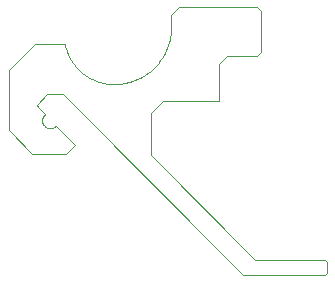
<source format=gbp>
G75*
%MOIN*%
%OFA0B0*%
%FSLAX25Y25*%
%IPPOS*%
%LPD*%
%AMOC8*
5,1,8,0,0,1.08239X$1,22.5*
%
%ADD10C,0.00394*%
D10*
X0048730Y0042373D02*
X0048730Y0056535D01*
X0052719Y0060524D01*
X0071330Y0060524D01*
X0071330Y0072894D01*
X0073849Y0075413D01*
X0084033Y0075413D01*
X0085434Y0076814D01*
X0085434Y0090366D01*
X0083924Y0091875D01*
X0058038Y0091875D01*
X0055413Y0089250D01*
X0055413Y0085245D01*
X0055412Y0085245D02*
X0055406Y0084782D01*
X0055390Y0084320D01*
X0055362Y0083858D01*
X0055323Y0083397D01*
X0055272Y0082937D01*
X0055211Y0082478D01*
X0055139Y0082021D01*
X0055055Y0081566D01*
X0054961Y0081113D01*
X0054856Y0080662D01*
X0054739Y0080214D01*
X0054612Y0079769D01*
X0054475Y0079328D01*
X0054326Y0078889D01*
X0054168Y0078455D01*
X0053998Y0078024D01*
X0053819Y0077598D01*
X0053629Y0077176D01*
X0053429Y0076758D01*
X0053219Y0076346D01*
X0052999Y0075939D01*
X0052769Y0075537D01*
X0052529Y0075141D01*
X0052281Y0074751D01*
X0052022Y0074367D01*
X0051755Y0073990D01*
X0051478Y0073618D01*
X0051193Y0073254D01*
X0050899Y0072897D01*
X0050596Y0072547D01*
X0050285Y0072204D01*
X0049966Y0071869D01*
X0049639Y0071542D01*
X0049304Y0071223D01*
X0048961Y0070912D01*
X0048611Y0070609D01*
X0048254Y0070315D01*
X0047890Y0070030D01*
X0047518Y0069753D01*
X0047141Y0069486D01*
X0046757Y0069227D01*
X0046367Y0068979D01*
X0045971Y0068739D01*
X0045569Y0068509D01*
X0045162Y0068289D01*
X0044750Y0068079D01*
X0044332Y0067879D01*
X0043910Y0067689D01*
X0043484Y0067510D01*
X0043053Y0067340D01*
X0042619Y0067182D01*
X0042180Y0067033D01*
X0041739Y0066896D01*
X0041294Y0066769D01*
X0040846Y0066652D01*
X0040395Y0066547D01*
X0039942Y0066453D01*
X0039487Y0066369D01*
X0039030Y0066297D01*
X0038571Y0066236D01*
X0038111Y0066185D01*
X0037650Y0066146D01*
X0037188Y0066118D01*
X0036726Y0066102D01*
X0036263Y0066096D01*
X0019274Y0062773D02*
X0079357Y0002592D01*
X0106754Y0002592D01*
X0107296Y0003134D01*
X0107296Y0006955D01*
X0106627Y0007624D01*
X0083458Y0007624D01*
X0048730Y0042373D01*
X0023396Y0045941D02*
X0017015Y0052281D01*
X0017014Y0052281D02*
X0016947Y0052207D01*
X0016877Y0052135D01*
X0016805Y0052066D01*
X0016730Y0052000D01*
X0016652Y0051937D01*
X0016572Y0051877D01*
X0016489Y0051820D01*
X0016405Y0051766D01*
X0016319Y0051716D01*
X0016230Y0051668D01*
X0016140Y0051625D01*
X0016049Y0051584D01*
X0015956Y0051548D01*
X0015861Y0051514D01*
X0015766Y0051485D01*
X0015669Y0051459D01*
X0015571Y0051437D01*
X0015473Y0051419D01*
X0015374Y0051404D01*
X0015274Y0051393D01*
X0015174Y0051386D01*
X0015074Y0051383D01*
X0014974Y0051384D01*
X0014874Y0051388D01*
X0014774Y0051397D01*
X0014675Y0051409D01*
X0014576Y0051425D01*
X0014478Y0051445D01*
X0014381Y0051468D01*
X0014284Y0051496D01*
X0014189Y0051526D01*
X0014095Y0051561D01*
X0014003Y0051599D01*
X0013912Y0051641D01*
X0013822Y0051686D01*
X0013735Y0051734D01*
X0013649Y0051786D01*
X0013565Y0051841D01*
X0013484Y0051899D01*
X0013405Y0051960D01*
X0013328Y0052025D01*
X0012921Y0052445D01*
X0012814Y0052597D01*
X0012760Y0052680D01*
X0012708Y0052766D01*
X0012661Y0052853D01*
X0012616Y0052943D01*
X0012576Y0053034D01*
X0012539Y0053126D01*
X0012505Y0053220D01*
X0012475Y0053315D01*
X0012449Y0053411D01*
X0012427Y0053508D01*
X0012409Y0053606D01*
X0012394Y0053705D01*
X0012384Y0053804D01*
X0012377Y0053903D01*
X0012374Y0054003D01*
X0012375Y0054102D01*
X0012380Y0054202D01*
X0012389Y0054301D01*
X0012402Y0054400D01*
X0012418Y0054498D01*
X0012439Y0054595D01*
X0012463Y0054692D01*
X0012491Y0054788D01*
X0012523Y0054882D01*
X0012559Y0054975D01*
X0012598Y0055067D01*
X0012640Y0055157D01*
X0012687Y0055245D01*
X0012736Y0055331D01*
X0012789Y0055416D01*
X0012845Y0055498D01*
X0012905Y0055578D01*
X0012967Y0055656D01*
X0013033Y0055731D01*
X0013101Y0055803D01*
X0013173Y0055873D01*
X0013246Y0055940D01*
X0013323Y0056003D01*
X0013402Y0056064D01*
X0013483Y0056122D01*
X0011094Y0058554D01*
X0010519Y0059126D01*
X0014164Y0062772D01*
X0016167Y0062773D01*
X0019274Y0062773D01*
X0009859Y0079419D02*
X0001197Y0070757D01*
X0001197Y0050878D01*
X0009133Y0042942D01*
X0020397Y0042942D01*
X0021855Y0044401D01*
X0023396Y0045941D01*
X0019979Y0079419D02*
X0009859Y0079419D01*
X0019979Y0079420D02*
X0020064Y0079022D01*
X0020159Y0078626D01*
X0020264Y0078233D01*
X0020379Y0077843D01*
X0020503Y0077455D01*
X0020636Y0077071D01*
X0020779Y0076690D01*
X0020931Y0076313D01*
X0021092Y0075939D01*
X0021262Y0075570D01*
X0021442Y0075204D01*
X0021630Y0074844D01*
X0021827Y0074488D01*
X0022033Y0074137D01*
X0022247Y0073791D01*
X0022469Y0073450D01*
X0022700Y0073115D01*
X0022939Y0072786D01*
X0023186Y0072463D01*
X0023441Y0072145D01*
X0023704Y0071835D01*
X0023974Y0071530D01*
X0024251Y0071233D01*
X0024536Y0070942D01*
X0024827Y0070658D01*
X0025126Y0070382D01*
X0025431Y0070113D01*
X0025743Y0069851D01*
X0026061Y0069598D01*
X0026385Y0069352D01*
X0026715Y0069114D01*
X0027051Y0068884D01*
X0027392Y0068663D01*
X0027739Y0068450D01*
X0028091Y0068245D01*
X0028447Y0068049D01*
X0028809Y0067862D01*
X0029174Y0067684D01*
X0029544Y0067515D01*
X0029918Y0067355D01*
X0030296Y0067204D01*
X0030678Y0067063D01*
X0031063Y0066931D01*
X0031451Y0066808D01*
X0031841Y0066695D01*
X0032235Y0066592D01*
X0032631Y0066498D01*
X0033029Y0066414D01*
X0033429Y0066340D01*
X0033831Y0066275D01*
X0034234Y0066220D01*
X0034638Y0066176D01*
X0035044Y0066141D01*
X0035450Y0066116D01*
X0035856Y0066101D01*
X0036263Y0066096D01*
M02*

</source>
